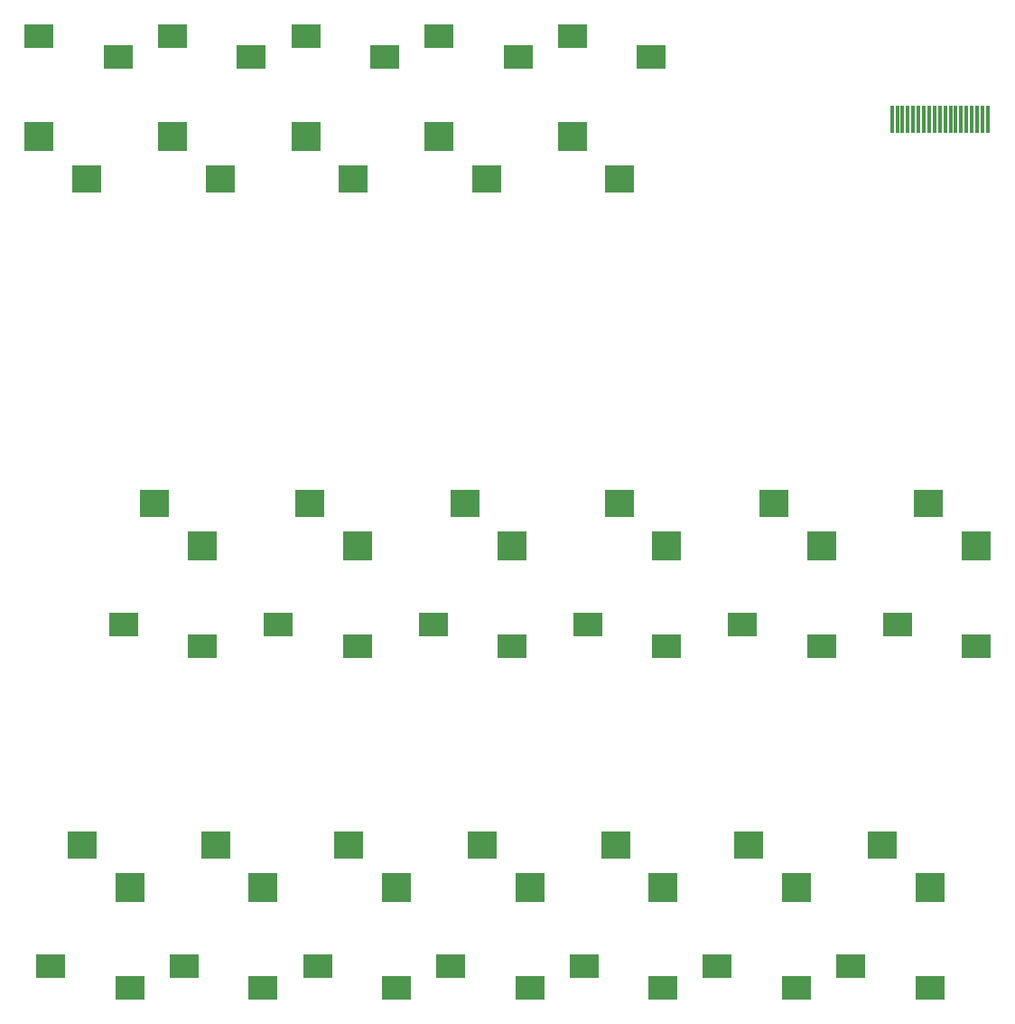
<source format=gbr>
%TF.GenerationSoftware,KiCad,Pcbnew,8.0.5*%
%TF.CreationDate,2024-11-15T20:40:57-05:00*%
%TF.ProjectId,One-8-DM5,4f6e652d-382d-4444-9d35-2e6b69636164,rev?*%
%TF.SameCoordinates,Original*%
%TF.FileFunction,Paste,Top*%
%TF.FilePolarity,Positive*%
%FSLAX46Y46*%
G04 Gerber Fmt 4.6, Leading zero omitted, Abs format (unit mm)*
G04 Created by KiCad (PCBNEW 8.0.5) date 2024-11-15 20:40:57*
%MOMM*%
%LPD*%
G01*
G04 APERTURE LIST*
%ADD10R,2.800000X2.200000*%
%ADD11R,2.800000X2.800000*%
%ADD12R,2.800000X2.600000*%
%ADD13R,0.300000X2.600000*%
G04 APERTURE END LIST*
D10*
%TO.C,J4*%
X167512500Y-135350000D03*
X174912500Y-137350000D03*
D11*
X174912500Y-127950000D03*
D12*
X170462500Y-123950000D03*
%TD*%
D10*
%TO.C,J3*%
X155012500Y-135350000D03*
X162412500Y-137350000D03*
D11*
X162412500Y-127950000D03*
D12*
X157962500Y-123950000D03*
%TD*%
D10*
%TO.C,J9*%
X136812500Y-103350000D03*
X144212500Y-105350000D03*
D11*
X144212500Y-95950000D03*
D12*
X139762500Y-91950000D03*
%TD*%
D10*
%TO.C,J1*%
X130012500Y-135350000D03*
X137412500Y-137350000D03*
D11*
X137412500Y-127950000D03*
D12*
X132962500Y-123950000D03*
%TD*%
D10*
%TO.C,J16*%
X148812500Y-50155000D03*
X141412500Y-48155000D03*
D11*
X141412500Y-57555000D03*
D12*
X145862500Y-61555000D03*
%TD*%
D10*
%TO.C,J26*%
X151362500Y-103350000D03*
X158762500Y-105350000D03*
D11*
X158762500Y-95950000D03*
D12*
X154312500Y-91950000D03*
%TD*%
D10*
%TO.C,J7*%
X205012500Y-135350000D03*
X212412500Y-137350000D03*
D11*
X212412500Y-127950000D03*
D12*
X207962500Y-123950000D03*
%TD*%
D10*
%TO.C,J27*%
X165862500Y-103350000D03*
X173262500Y-105350000D03*
D11*
X173262500Y-95950000D03*
D12*
X168812500Y-91950000D03*
%TD*%
D13*
%TO.C,J23*%
X208862500Y-55975000D03*
X209362500Y-55975000D03*
X209862500Y-55975000D03*
X210362500Y-55975000D03*
X210862500Y-55975000D03*
X211362500Y-55975000D03*
X211862500Y-55975000D03*
X212362500Y-55975000D03*
X212862500Y-55975000D03*
X213362500Y-55975000D03*
X213862500Y-55975000D03*
X214362500Y-55975000D03*
X214862500Y-55975000D03*
X215362500Y-55975000D03*
X215862500Y-55975000D03*
X216362500Y-55975000D03*
X216862500Y-55975000D03*
X217362500Y-55975000D03*
X217862500Y-55975000D03*
%TD*%
D10*
%TO.C,J22*%
X186312500Y-50155000D03*
X178912500Y-48155000D03*
D11*
X178912500Y-57555000D03*
D12*
X183362500Y-61555000D03*
%TD*%
D10*
%TO.C,J2*%
X142512500Y-135350000D03*
X149912500Y-137350000D03*
D11*
X149912500Y-127950000D03*
D12*
X145462500Y-123950000D03*
%TD*%
D10*
%TO.C,J6*%
X192512500Y-135350000D03*
X199912500Y-137350000D03*
D11*
X199912500Y-127950000D03*
D12*
X195462500Y-123950000D03*
%TD*%
D10*
%TO.C,J31*%
X209362500Y-103350000D03*
X216762500Y-105350000D03*
D11*
X216762500Y-95950000D03*
D12*
X212312500Y-91950000D03*
%TD*%
D10*
%TO.C,J18*%
X161312500Y-50155000D03*
X153912500Y-48155000D03*
D11*
X153912500Y-57555000D03*
D12*
X158362500Y-61555000D03*
%TD*%
D10*
%TO.C,J13*%
X136312500Y-50155000D03*
X128912500Y-48155000D03*
D11*
X128912500Y-57555000D03*
D12*
X133362500Y-61555000D03*
%TD*%
D10*
%TO.C,J34*%
X180362500Y-103350000D03*
X187762500Y-105350000D03*
D11*
X187762500Y-95950000D03*
D12*
X183312500Y-91950000D03*
%TD*%
D10*
%TO.C,J20*%
X173812500Y-50155000D03*
X166412500Y-48155000D03*
D11*
X166412500Y-57555000D03*
D12*
X170862500Y-61555000D03*
%TD*%
D10*
%TO.C,J30*%
X194862500Y-103350000D03*
X202262500Y-105350000D03*
D11*
X202262500Y-95950000D03*
D12*
X197812500Y-91950000D03*
%TD*%
D10*
%TO.C,J5*%
X180012500Y-135350000D03*
X187412500Y-137350000D03*
D11*
X187412500Y-127950000D03*
D12*
X182962500Y-123950000D03*
%TD*%
M02*

</source>
